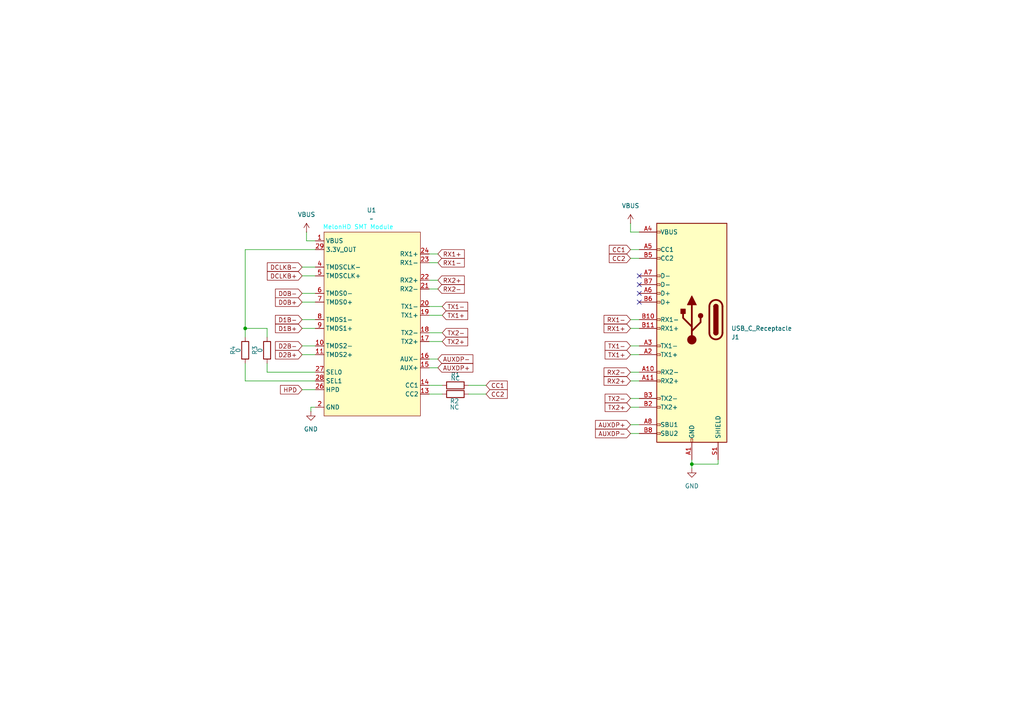
<source format=kicad_sch>
(kicad_sch (version 20250114) (generator "eeschema") (generator_version "9.0")
  (paper "A4")
  (lib_symbols
    (symbol "Connector:USB_C_Receptacle" (pin_names (offset 1.016))
      (property "Reference" "J" (at -10.16 29.21 0))
      (property "Value" "USB_C_Receptacle" (at 10.16 29.21 0))
      (symbol "USB_C_Receptacle_0_0"
        (rectangle (start -0.254 -35.56) (end 0.254 -34.544))
        (rectangle (start 10.16 25.654) (end 9.144 25.146))
        (rectangle (start 10.16 20.574) (end 9.144 20.066))
        (rectangle (start 10.16 18.034) (end 9.144 17.526))
        (rectangle (start 10.16 12.954) (end 9.144 12.446))
        (rectangle (start 10.16 10.414) (end 9.144 9.906))
        (rectangle (start 10.16 7.874) (end 9.144 7.366))
        (rectangle (start 10.16 5.334) (end 9.144 4.826))
        (rectangle (start 10.16 0.254) (end 9.144 -0.254))
        (rectangle (start 10.16 -2.286) (end 9.144 -2.794))
        (rectangle (start 10.16 -7.366) (end 9.144 -7.874))
        (rectangle (start 10.16 -9.906) (end 9.144 -10.414))
        (rectangle (start 10.16 -14.986) (end 9.144 -15.494))
        (rectangle (start 10.16 -17.526) (end 9.144 -18.034))
        (rectangle (start 10.16 -22.606) (end 9.144 -23.114))
        (rectangle (start 10.16 -25.146) (end 9.144 -25.654))
        (rectangle (start 10.16 -30.226) (end 9.144 -30.734))
        (rectangle (start 10.16 -32.766) (end 9.144 -33.274))
      )
      (symbol "USB_C_Receptacle_0_1"
        (rectangle (start -10.16 27.94) (end 10.16 -35.56) (stroke (width 0.254)) (fill (type background)))
        (polyline (pts (xy -8.89 -3.81) (xy -8.89 3.81)) (stroke (width 0.508)))
        (rectangle (start -7.62 -3.81) (end -6.35 3.81) (stroke (width 0.254)) (fill (type outline)))
        (arc (start -7.62 3.81) (mid -6.985 4.4423) (end -6.35 3.81) (stroke (width 0.254)))
        (arc (start -7.62 3.81) (mid -6.985 4.4423) (end -6.35 3.81) (stroke (width 0.254)) (fill (type outline)))
        (arc (start -8.89 3.81) (mid -6.985 5.7067) (end -5.08 3.81) (stroke (width 0.508)))
        (arc (start -5.08 -3.81) (mid -6.985 -5.7067) (end -8.89 -3.81) (stroke (width 0.508)))
        (arc (start -6.35 -3.81) (mid -6.985 -4.4423) (end -7.62 -3.81) (stroke (width 0.254)))
        (arc (start -6.35 -3.81) (mid -6.985 -4.4423) (end -7.62 -3.81) (stroke (width 0.254)) (fill (type outline)))
        (polyline (pts (xy -5.08 3.81) (xy -5.08 -3.81)) (stroke (width 0.508)))
      )
      (symbol "USB_C_Receptacle_1_1"
        (circle (center -2.54 1.143) (radius 0.635) (stroke (width 0.254)) (fill (type outline)))
        (polyline (pts (xy -1.27 4.318) (xy 0 6.858) (xy 1.27 4.318) (xy -1.27 4.318)) (stroke (width 0.254)) (fill (type outline)))
        (polyline (pts (xy 0 -2.032) (xy 2.54 0.508) (xy 2.54 1.778)) (stroke (width 0.508)))
        (polyline (pts (xy 0 -3.302) (xy -2.54 -0.762) (xy -2.54 0.508)) (stroke (width 0.508)))
        (polyline (pts (xy 0 -5.842) (xy 0 4.318)) (stroke (width 0.508)))
        (circle (center 0 -5.842) (radius 1.27) (fill (type outline)))
        (rectangle (start 1.905 1.778) (end 3.175 3.048) (stroke (width 0.254)) (fill (type outline)))
        (pin passive line (at -7.62 -40.64 90) (length 5.08) (name "SHIELD") (number "S1"))
        (pin passive line (at 0 -40.64 90) (length 5.08) (name "GND") (number "A1"))
        (pin passive line (at 0 -40.64 90) (length 5.08) (hide yes) (name "GND") (number "A12"))
        (pin passive line (at 0 -40.64 90) (length 5.08) (hide yes) (name "GND") (number "B1"))
        (pin passive line (at 0 -40.64 90) (length 5.08) (hide yes) (name "GND") (number "B12"))
        (pin passive line (at 15.24 25.4 180) (length 5.08) (name "VBUS") (number "A4"))
        (pin passive line (at 15.24 25.4 180) (length 5.08) (hide yes) (name "VBUS") (number "A9"))
        (pin passive line (at 15.24 25.4 180) (length 5.08) (hide yes) (name "VBUS") (number "B4"))
        (pin passive line (at 15.24 25.4 180) (length 5.08) (hide yes) (name "VBUS") (number "B9"))
        (pin bidirectional line (at 15.24 20.32 180) (length 5.08) (name "CC1") (number "A5"))
        (pin bidirectional line (at 15.24 17.78 180) (length 5.08) (name "CC2") (number "B5"))
        (pin bidirectional line (at 15.24 12.7 180) (length 5.08) (name "D-") (number "A7"))
        (pin bidirectional line (at 15.24 10.16 180) (length 5.08) (name "D-") (number "B7"))
        (pin bidirectional line (at 15.24 7.62 180) (length 5.08) (name "D+") (number "A6"))
        (pin bidirectional line (at 15.24 5.08 180) (length 5.08) (name "D+") (number "B6"))
        (pin bidirectional line (at 15.24 0 180) (length 5.08) (name "RX1-") (number "B10"))
        (pin bidirectional line (at 15.24 -2.54 180) (length 5.08) (name "RX1+") (number "B11"))
        (pin bidirectional line (at 15.24 -7.62 180) (length 5.08) (name "TX1-") (number "A3"))
        (pin bidirectional line (at 15.24 -10.16 180) (length 5.08) (name "TX1+") (number "A2"))
        (pin bidirectional line (at 15.24 -15.24 180) (length 5.08) (name "RX2-") (number "A10"))
        (pin bidirectional line (at 15.24 -17.78 180) (length 5.08) (name "RX2+") (number "A11"))
        (pin bidirectional line (at 15.24 -22.86 180) (length 5.08) (name "TX2-") (number "B3"))
        (pin bidirectional line (at 15.24 -25.4 180) (length 5.08) (name "TX2+") (number "B2"))
        (pin bidirectional line (at 15.24 -30.48 180) (length 5.08) (name "SBU1") (number "A8"))
        (pin bidirectional line (at 15.24 -33.02 180) (length 5.08) (name "SBU2") (number "B8"))
      )
    )
    (symbol "Device:R" (pin_numbers (hide yes)) (pin_names (offset 0))
      (property "Reference" "R" (at 2.032 0 90))
      (property "Value" "R" (at 0 0 90))
      (symbol "R_0_1"
        (rectangle (start -1.016 -2.54) (end 1.016 2.54) (stroke (width 0.254)))
      )
      (symbol "R_1_1"
        (pin passive line (at 0 3.81 270) (length 1.27) (name "~") (number "1"))
        (pin passive line (at 0 -3.81 90) (length 1.27) (name "~") (number "2"))
      )
    )
    (symbol "melonHD_module:melonHD_SMT"
      (property "Reference" "U4" (at -18.034 25.654 0))
      (property "Value" "~" (at -5.2172 25.4 0))
      (symbol "melonHD_SMT_1_1"
        (rectangle (start -19.05 21.59) (end 8.89 -31.75) (fill (type background)))
        (text "MelonHD SMT Module" (at -9.144 23.114 0) (effects (font (size 1.27 1.27))))
        (pin input line (at -21.59 19.05 0) (length 2.54) (name "VBUS") (number "1"))
        (pin input line (at -21.59 16.51 0) (length 2.54) (name "3.3V_OUT") (number "29"))
        (pin input line (at -21.59 11.43 0) (length 2.54) (name "TMDSCLK-") (number "4"))
        (pin input line (at -21.59 8.89 0) (length 2.54) (name "TMDSCLK+") (number "5"))
        (pin input line (at -21.59 3.81 0) (length 2.54) (name "TMDS0-") (number "6"))
        (pin input line (at -21.59 1.27 0) (length 2.54) (name "TMDS0+") (number "7"))
        (pin input line (at -21.59 -3.81 0) (length 2.54) (name "TMDS1-") (number "8"))
        (pin input line (at -21.59 -6.35 0) (length 2.54) (name "TMDS1+") (number "9"))
        (pin input line (at -21.59 -11.43 0) (length 2.54) (name "TMDS2-") (number "10"))
        (pin input line (at -21.59 -13.97 0) (length 2.54) (name "TMDS2+") (number "11"))
        (pin input line (at -21.59 -19.05 0) (length 2.54) (name "SEL0") (number "27"))
        (pin input line (at -21.59 -21.59 0) (length 2.54) (name "SEL1") (number "28"))
        (pin input line (at -21.59 -24.13 0) (length 2.54) (name "HPD") (number "26"))
        (pin input line (at -21.59 -29.21 0) (length 2.54) (hide yes) (name "GND") (number "12"))
        (pin input line (at -21.59 -29.21 0) (length 2.54) (name "GND") (number "2"))
        (pin input line (at -21.59 -29.21 0) (length 2.54) (hide yes) (name "GND") (number "25"))
        (pin input line (at -21.59 -29.21 0) (length 2.54) (hide yes) (name "GND") (number "3"))
        (pin input line (at -21.59 -29.21 0) (length 2.54) (hide yes) (name "GND") (number "30"))
        (pin input line (at -21.59 -29.21 0) (length 2.54) (hide yes) (name "GND") (number "31"))
        (pin input line (at 11.43 15.24 180) (length 2.54) (name "RX1+") (number "24"))
        (pin input line (at 11.43 12.7 180) (length 2.54) (name "RX1-") (number "23"))
        (pin input line (at 11.43 7.62 180) (length 2.54) (name "RX2+") (number "22"))
        (pin input line (at 11.43 5.08 180) (length 2.54) (name "RX2-") (number "21"))
        (pin input line (at 11.43 0 180) (length 2.54) (name "TX1-") (number "20"))
        (pin input line (at 11.43 -2.54 180) (length 2.54) (name "TX1+") (number "19"))
        (pin input line (at 11.43 -7.62 180) (length 2.54) (name "TX2-") (number "18"))
        (pin input line (at 11.43 -10.16 180) (length 2.54) (name "TX2+") (number "17"))
        (pin input line (at 11.43 -15.24 180) (length 2.54) (name "AUX-") (number "16"))
        (pin input line (at 11.43 -17.78 180) (length 2.54) (name "AUX+") (number "15"))
        (pin input line (at 11.43 -22.86 180) (length 2.54) (name "CC1") (number "14"))
        (pin input line (at 11.43 -25.4 180) (length 2.54) (name "CC2") (number "13"))
      )
    )
    (symbol "power:GND" (power) (pin_numbers (hide yes)) (pin_names (offset 0) (hide yes))
      (property "Value" "GND" (at 0 -3.81 0))
      (symbol "GND_0_1"
        (polyline (pts (xy 0 0) (xy 0 -1.27) (xy 1.27 -1.27) (xy 0 -2.54) (xy -1.27 -1.27) (xy 0 -1.27)))
      )
      (symbol "GND_1_1"
        (pin power_in line (at 0 0 270) (length 0) (name "~") (number "1"))
      )
    )
    (symbol "power:VBUS" (power) (pin_numbers (hide yes)) (pin_names (offset 0) (hide yes))
      (property "Value" "VBUS" (at 0 3.556 0))
      (symbol "VBUS_0_1"
        (polyline (pts (xy -0.762 1.27) (xy 0 2.54)))
        (polyline (pts (xy 0 2.54) (xy 0.762 1.27)))
        (polyline (pts (xy 0 0) (xy 0 2.54)))
      )
      (symbol "VBUS_1_1"
        (pin power_in line (at 0 0 90) (length 0) (name "~") (number "1"))
      )
    )
  )
  (junction (at 200.66 134.62))
  (junction (at 71.12 95.25))
  (no_connect (at 185.42 82.55))
  (no_connect (at 185.42 85.09))
  (no_connect (at 185.42 80.01))
  (no_connect (at 185.42 87.63))
  (wire (pts (xy 182.88 67.31) (xy 182.88 64.77)))
  (wire (pts (xy 77.47 107.95) (xy 77.47 105.41)))
  (wire (pts (xy 71.12 110.49) (xy 71.12 105.41)))
  (wire (pts (xy 124.46 106.68) (xy 127 106.68)))
  (wire (pts (xy 87.63 80.01) (xy 91.44 80.01)))
  (wire (pts (xy 208.28 134.62) (xy 200.66 134.62)))
  (wire (pts (xy 124.46 99.06) (xy 128.27 99.06)))
  (wire (pts (xy 124.46 96.52) (xy 128.27 96.52)))
  (wire (pts (xy 200.66 133.35) (xy 200.66 134.62)))
  (wire (pts (xy 71.12 72.39) (xy 71.12 95.25)))
  (wire (pts (xy 124.46 111.76) (xy 128.27 111.76)))
  (wire (pts (xy 77.47 97.79) (xy 77.47 95.25)))
  (wire (pts (xy 182.88 125.73) (xy 185.42 125.73)))
  (wire (pts (xy 182.88 72.39) (xy 185.42 72.39)))
  (wire (pts (xy 182.88 102.87) (xy 185.42 102.87)))
  (wire (pts (xy 124.46 91.44) (xy 128.27 91.44)))
  (wire (pts (xy 87.63 77.47) (xy 91.44 77.47)))
  (wire (pts (xy 182.88 92.71) (xy 185.42 92.71)))
  (wire (pts (xy 208.28 133.35) (xy 208.28 134.62)))
  (wire (pts (xy 135.89 111.76) (xy 140.97 111.76)))
  (wire (pts (xy 182.88 118.11) (xy 185.42 118.11)))
  (wire (pts (xy 77.47 95.25) (xy 71.12 95.25)))
  (wire (pts (xy 91.44 118.11) (xy 90.17 118.11)))
  (wire (pts (xy 182.88 107.95) (xy 185.42 107.95)))
  (wire (pts (xy 124.46 73.66) (xy 127 73.66)))
  (wire (pts (xy 124.46 76.2) (xy 127 76.2)))
  (wire (pts (xy 87.63 95.25) (xy 91.44 95.25)))
  (wire (pts (xy 91.44 69.85) (xy 88.9 69.85)))
  (wire (pts (xy 182.88 100.33) (xy 185.42 100.33)))
  (wire (pts (xy 71.12 95.25) (xy 71.12 97.79)))
  (wire (pts (xy 124.46 114.3) (xy 128.27 114.3)))
  (wire (pts (xy 182.88 115.57) (xy 185.42 115.57)))
  (wire (pts (xy 87.63 92.71) (xy 91.44 92.71)))
  (wire (pts (xy 182.88 110.49) (xy 185.42 110.49)))
  (wire (pts (xy 91.44 72.39) (xy 71.12 72.39)))
  (wire (pts (xy 87.63 113.03) (xy 91.44 113.03)))
  (wire (pts (xy 182.88 95.25) (xy 185.42 95.25)))
  (wire (pts (xy 87.63 85.09) (xy 91.44 85.09)))
  (wire (pts (xy 87.63 87.63) (xy 91.44 87.63)))
  (wire (pts (xy 124.46 81.28) (xy 127 81.28)))
  (wire (pts (xy 91.44 110.49) (xy 71.12 110.49)))
  (wire (pts (xy 91.44 107.95) (xy 77.47 107.95)))
  (wire (pts (xy 124.46 88.9) (xy 128.27 88.9)))
  (wire (pts (xy 87.63 102.87) (xy 91.44 102.87)))
  (wire (pts (xy 185.42 67.31) (xy 182.88 67.31)))
  (wire (pts (xy 135.89 114.3) (xy 140.97 114.3)))
  (wire (pts (xy 88.9 69.85) (xy 88.9 67.31)))
  (wire (pts (xy 200.66 134.62) (xy 200.66 135.89)))
  (wire (pts (xy 182.88 74.93) (xy 185.42 74.93)))
  (wire (pts (xy 90.17 118.11) (xy 90.17 119.38)))
  (wire (pts (xy 124.46 83.82) (xy 127 83.82)))
  (wire (pts (xy 87.63 100.33) (xy 91.44 100.33)))
  (wire (pts (xy 124.46 104.14) (xy 127 104.14)))
  (wire (pts (xy 182.88 123.19) (xy 185.42 123.19)))
  (global_label "TX1-" (shape input) (at 128.27 88.9 0) (property "Intersheetrefs" "${INTERSHEET_REFS}" (effects (hide yes))))
  (global_label "AUXDP-" (shape input) (at 127 104.14 0) (property "Intersheetrefs" "${INTERSHEET_REFS}" (effects (hide yes))))
  (global_label "D0B-" (shape input) (at 87.63 85.09 180) (property "Intersheetrefs" "${INTERSHEET_REFS}" (effects (hide yes))))
  (global_label "RX1-" (shape input) (at 182.88 92.71 180) (property "Intersheetrefs" "${INTERSHEET_REFS}" (effects (hide yes))))
  (global_label "AUXDP+" (shape input) (at 127 106.68 0) (property "Intersheetrefs" "${INTERSHEET_REFS}" (effects (hide yes))))
  (global_label "D2B-" (shape input) (at 87.63 100.33 180) (property "Intersheetrefs" "${INTERSHEET_REFS}" (effects (hide yes))))
  (global_label "TX1+" (shape input) (at 182.88 102.87 180) (property "Intersheetrefs" "${INTERSHEET_REFS}" (effects (hide yes))))
  (global_label "DCLKB+" (shape input) (at 87.63 80.01 180) (property "Intersheetrefs" "${INTERSHEET_REFS}" (effects (hide yes))))
  (global_label "RX1+" (shape input) (at 127 73.66 0) (property "Intersheetrefs" "${INTERSHEET_REFS}" (effects (hide yes))))
  (global_label "RX2-" (shape input) (at 127 83.82 0) (property "Intersheetrefs" "${INTERSHEET_REFS}" (effects (hide yes))))
  (global_label "TX1+" (shape input) (at 128.27 91.44 0) (property "Intersheetrefs" "${INTERSHEET_REFS}" (effects (hide yes))))
  (global_label "CC1" (shape input) (at 140.97 111.76 0) (property "Intersheetrefs" "${INTERSHEET_REFS}" (effects (hide yes))))
  (global_label "D0B+" (shape input) (at 87.63 87.63 180) (property "Intersheetrefs" "${INTERSHEET_REFS}" (effects (hide yes))))
  (global_label "CC2" (shape input) (at 140.97 114.3 0) (property "Intersheetrefs" "${INTERSHEET_REFS}" (effects (hide yes))))
  (global_label "CC1" (shape input) (at 182.88 72.39 180) (property "Intersheetrefs" "${INTERSHEET_REFS}" (effects (hide yes))))
  (global_label "HPD" (shape input) (at 87.63 113.03 180) (property "Intersheetrefs" "${INTERSHEET_REFS}" (effects (hide yes))))
  (global_label "TX1-" (shape input) (at 182.88 100.33 180) (property "Intersheetrefs" "${INTERSHEET_REFS}" (effects (hide yes))))
  (global_label "RX2+" (shape input) (at 127 81.28 0) (property "Intersheetrefs" "${INTERSHEET_REFS}" (effects (hide yes))))
  (global_label "TX2-" (shape input) (at 182.88 115.57 180) (property "Intersheetrefs" "${INTERSHEET_REFS}" (effects (hide yes))))
  (global_label "D1B-" (shape input) (at 87.63 92.71 180) (property "Intersheetrefs" "${INTERSHEET_REFS}" (effects (hide yes))))
  (global_label "D1B+" (shape input) (at 87.63 95.25 180) (property "Intersheetrefs" "${INTERSHEET_REFS}" (effects (hide yes))))
  (global_label "TX2+" (shape input) (at 182.88 118.11 180) (property "Intersheetrefs" "${INTERSHEET_REFS}" (effects (hide yes))))
  (global_label "AUXDP+" (shape input) (at 182.88 123.19 180) (property "Intersheetrefs" "${INTERSHEET_REFS}" (effects (hide yes))))
  (global_label "RX2+" (shape input) (at 182.88 110.49 180) (property "Intersheetrefs" "${INTERSHEET_REFS}" (effects (hide yes))))
  (global_label "RX1-" (shape input) (at 127 76.2 0) (property "Intersheetrefs" "${INTERSHEET_REFS}" (effects (hide yes))))
  (global_label "CC2" (shape input) (at 182.88 74.93 180) (property "Intersheetrefs" "${INTERSHEET_REFS}" (effects (hide yes))))
  (global_label "TX2-" (shape input) (at 128.27 96.52 0) (property "Intersheetrefs" "${INTERSHEET_REFS}" (effects (hide yes))))
  (global_label "RX2-" (shape input) (at 182.88 107.95 180) (property "Intersheetrefs" "${INTERSHEET_REFS}" (effects (hide yes))))
  (global_label "DCLKB-" (shape input) (at 87.63 77.47 180) (property "Intersheetrefs" "${INTERSHEET_REFS}" (effects (hide yes))))
  (global_label "RX1+" (shape input) (at 182.88 95.25 180) (property "Intersheetrefs" "${INTERSHEET_REFS}" (effects (hide yes))))
  (global_label "AUXDP-" (shape input) (at 182.88 125.73 180) (property "Intersheetrefs" "${INTERSHEET_REFS}" (effects (hide yes))))
  (global_label "D2B+" (shape input) (at 87.63 102.87 180) (property "Intersheetrefs" "${INTERSHEET_REFS}" (effects (hide yes))))
  (global_label "TX2+" (shape input) (at 128.27 99.06 0) (property "Intersheetrefs" "${INTERSHEET_REFS}" (effects (hide yes))))
  (symbol (lib_id "power:GND") (at 90.17 119.38 0) (unit 1)
    (property "Reference" "#PWR06" (effects (hide yes)))
    (property "Value" "GND" (at 90.17 124.46 0))
    (property "Description" "Power symbol creates a global label with name \"GND\" , ground" (effects (hide yes)))
  )
  (symbol (lib_id "power:VBUS") (at 182.88 64.77 0) (unit 1)
    (property "Reference" "#PWR01" (effects (hide yes)))
    (property "Value" "VBUS" (at 182.88 59.69 0))
    (property "Description" "Power symbol creates a global label with name \"VBUS\"" (effects (hide yes)))
  )
  (symbol (lib_id "Device:R") (at 77.47 101.6 180) (unit 1)
    (property "Reference" "R3" (at 73.914 101.6 90))
    (property "Value" "0" (at 75.438 101.6 90))
    (property "Footprint" "Resistor_SMD:R_0201_0603Metric" (effects (hide yes)))
    (property "Description" "Resistor" (effects (hide yes)))
  )
  (symbol (lib_id "power:VBUS") (at 88.9 67.31 0) (unit 1)
    (property "Reference" "#PWR02" (effects (hide yes)))
    (property "Value" "VBUS" (at 88.9 62.23 0))
    (property "Description" "Power symbol creates a global label with name \"VBUS\"" (effects (hide yes)))
  )
  (symbol (lib_id "Device:R") (at 132.08 114.3 90) (unit 1)
    (property "Reference" "R2" (at 131.826 116.332 90))
    (property "Value" "NC" (at 131.826 118.11 90))
    (property "Footprint" "Resistor_SMD:R_0201_0603Metric" (effects (hide yes)))
    (property "Description" "Resistor" (effects (hide yes)))
  )
  (symbol (lib_id "power:GND") (at 200.66 135.89 0) (unit 1)
    (property "Reference" "#PWR010" (effects (hide yes)))
    (property "Value" "GND" (at 200.66 140.97 0))
    (property "Description" "Power symbol creates a global label with name \"GND\" , ground" (effects (hide yes)))
  )
  (symbol (lib_id "Device:R") (at 132.08 111.76 90) (unit 1)
    (property "Reference" "R1" (at 132.08 108.712 90))
    (property "Value" "NC" (at 132.08 109.728 90))
    (property "Footprint" "Resistor_SMD:R_0201_0603Metric" (effects (hide yes)))
    (property "Description" "Resistor" (effects (hide yes)))
  )
  (symbol (lib_id "Device:R") (at 71.12 101.6 0) (unit 1)
    (property "Reference" "R4" (at 67.564 101.6 90))
    (property "Value" "0" (at 69.088 101.6 90))
    (property "Footprint" "Resistor_SMD:R_0201_0603Metric" (effects (hide yes)))
    (property "Description" "Resistor" (effects (hide yes)))
  )
  (symbol (lib_id "melonHD_module:melonHD_SMT") (at 113.03 88.9 0) (unit 1)
    (property "Reference" "U1" (at 107.7675 60.96 0))
    (property "Value" "~" (at 107.7675 63.5 0))
    (property "Footprint" "RoseDaggerDev:melonHD_SMT" (effects (hide yes)))
  )
  (symbol (lib_id "Connector:USB_C_Receptacle") (at 200.66 92.71 0) (mirror y) (unit 1)
    (property "Reference" "J1" (at 212.09 97.7901 0) (effects (justify right)))
    (property "Value" "USB_C_Receptacle" (at 212.09 95.2501 0) (effects (justify right)))
    (property "Footprint" "Connector_USB:USB_C_Receptacle_Amphenol_12401610E4-2A" (effects (hide yes)))
    (property "Datasheet" "https://www.usb.org/sites/default/files/documents/usb_type-c.zip" (effects (hide yes)))
    (property "Description" "USB Full-Featured Type-C Receptacle connector" (effects (hide yes)))
  )
)
</source>
